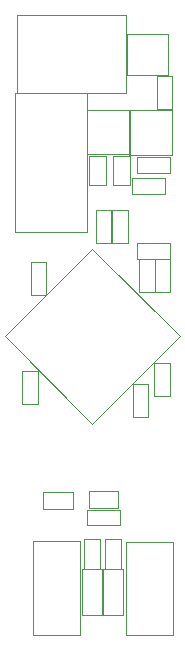
<source format=gbr>
G04 #@! TF.GenerationSoftware,KiCad,Pcbnew,no-vcs-found-91ed3e2~59~ubuntu16.04.1*
G04 #@! TF.CreationDate,2017-10-23T14:28:14-03:00*
G04 #@! TF.ProjectId,ciaa-z3r0,636961612D7A3372302E6B696361645F,rev?*
G04 #@! TF.SameCoordinates,Original*
G04 #@! TF.FileFunction,Other,User*
%FSLAX46Y46*%
G04 Gerber Fmt 4.6, Leading zero omitted, Abs format (unit mm)*
G04 Created by KiCad (PCBNEW no-vcs-found-91ed3e2~59~ubuntu16.04.1) date Mon Oct 23 14:28:14 2017*
%MOMM*%
%LPD*%
G01*
G04 APERTURE LIST*
%ADD10C,0.050000*%
G04 APERTURE END LIST*
D10*
X129178000Y-112205000D02*
X126378000Y-112205000D01*
X129178000Y-112205000D02*
X129178000Y-110905000D01*
X126378000Y-110905000D02*
X126378000Y-112205000D01*
X126378000Y-110905000D02*
X129178000Y-110905000D01*
X122238000Y-99155000D02*
X122238000Y-101955000D01*
X122238000Y-99155000D02*
X120938000Y-99155000D01*
X120938000Y-101955000D02*
X122238000Y-101955000D01*
X120938000Y-101955000D02*
X120938000Y-99155000D01*
X122968000Y-89875000D02*
X122968000Y-92675000D01*
X122968000Y-89875000D02*
X121668000Y-89875000D01*
X121668000Y-92675000D02*
X122968000Y-92675000D01*
X121668000Y-92675000D02*
X121668000Y-89875000D01*
X131578000Y-100235000D02*
X131578000Y-103035000D01*
X131578000Y-100235000D02*
X130278000Y-100235000D01*
X130278000Y-103035000D02*
X131578000Y-103035000D01*
X130278000Y-103035000D02*
X130278000Y-100235000D01*
X132098000Y-101235000D02*
X132098000Y-98435000D01*
X132098000Y-101235000D02*
X133398000Y-101235000D01*
X133398000Y-98435000D02*
X132098000Y-98435000D01*
X133398000Y-98435000D02*
X133398000Y-101235000D01*
X130818000Y-92435000D02*
X130818000Y-89635000D01*
X130818000Y-92435000D02*
X132118000Y-92435000D01*
X132118000Y-89635000D02*
X130818000Y-89635000D01*
X132118000Y-89635000D02*
X132118000Y-92435000D01*
X128438000Y-85495000D02*
X128438000Y-88295000D01*
X128438000Y-85495000D02*
X127138000Y-85495000D01*
X127138000Y-88295000D02*
X128438000Y-88295000D01*
X127138000Y-88295000D02*
X127138000Y-85495000D01*
X132128000Y-92425000D02*
X132128000Y-89625000D01*
X132128000Y-92425000D02*
X133428000Y-92425000D01*
X133428000Y-89625000D02*
X132128000Y-89625000D01*
X133428000Y-89625000D02*
X133428000Y-92425000D01*
X133458000Y-89625000D02*
X130658000Y-89625000D01*
X133458000Y-89625000D02*
X133458000Y-88325000D01*
X130658000Y-88325000D02*
X130658000Y-89625000D01*
X130658000Y-88325000D02*
X133458000Y-88325000D01*
X130198000Y-82815000D02*
X132998000Y-82815000D01*
X130198000Y-82815000D02*
X130198000Y-84115000D01*
X132998000Y-84115000D02*
X132998000Y-82815000D01*
X132998000Y-84115000D02*
X130198000Y-84115000D01*
X132338000Y-76945000D02*
X132338000Y-74145000D01*
X132338000Y-76945000D02*
X133638000Y-76945000D01*
X133638000Y-74145000D02*
X132338000Y-74145000D01*
X133638000Y-74145000D02*
X133638000Y-76945000D01*
X129838000Y-85495000D02*
X129838000Y-88295000D01*
X129838000Y-85495000D02*
X128538000Y-85495000D01*
X128538000Y-88295000D02*
X129838000Y-88295000D01*
X128538000Y-88295000D02*
X128538000Y-85495000D01*
X125953001Y-115882500D02*
X127653001Y-115882500D01*
X127653001Y-115882500D02*
X127653001Y-119782500D01*
X127653001Y-119782500D02*
X125953001Y-119782500D01*
X125953001Y-119782500D02*
X125953001Y-115882500D01*
X133268000Y-70645000D02*
X133268000Y-74045000D01*
X133268000Y-74045000D02*
X129768000Y-74045000D01*
X129768000Y-74045000D02*
X129768000Y-70645000D01*
X129768000Y-70645000D02*
X133268000Y-70645000D01*
X127723001Y-119782500D02*
X127723001Y-115882500D01*
X129423001Y-119782500D02*
X127723001Y-119782500D01*
X129423001Y-115882500D02*
X129423001Y-119782500D01*
X127723001Y-115882500D02*
X129423001Y-115882500D01*
X133458000Y-82385000D02*
X133458000Y-81045000D01*
X130658000Y-82385000D02*
X133458000Y-82385000D01*
X130658000Y-81045000D02*
X130658000Y-82385000D01*
X133458000Y-81045000D02*
X130658000Y-81045000D01*
X120468000Y-69025000D02*
X129668000Y-69025000D01*
X120468000Y-75625000D02*
X120468000Y-69025000D01*
X129668000Y-75625000D02*
X120468000Y-75625000D01*
X129668000Y-69025000D02*
X129668000Y-75625000D01*
X126408000Y-75565000D02*
X120308000Y-75565000D01*
X120308000Y-75565000D02*
X120308000Y-87365000D01*
X120308000Y-87365000D02*
X126408000Y-87365000D01*
X126408000Y-87365000D02*
X126408000Y-75565000D01*
X126588000Y-83425000D02*
X126588000Y-80925000D01*
X126588000Y-83425000D02*
X127988000Y-83425000D01*
X127988000Y-80925000D02*
X126588000Y-80925000D01*
X127988000Y-80925000D02*
X127988000Y-83425000D01*
X130018000Y-80915000D02*
X130018000Y-83415000D01*
X130018000Y-80915000D02*
X128618000Y-80915000D01*
X128618000Y-83415000D02*
X130018000Y-83415000D01*
X128618000Y-83415000D02*
X128618000Y-80915000D01*
X126108000Y-115885000D02*
X126108000Y-113385000D01*
X126108000Y-115885000D02*
X127508000Y-115885000D01*
X127508000Y-113385000D02*
X126108000Y-113385000D01*
X127508000Y-113385000D02*
X127508000Y-115885000D01*
X129048000Y-110735000D02*
X126548000Y-110735000D01*
X129048000Y-110735000D02*
X129048000Y-109335000D01*
X126548000Y-109335000D02*
X126548000Y-110735000D01*
X126548000Y-109335000D02*
X129048000Y-109335000D01*
X125188000Y-110805000D02*
X122688000Y-110805000D01*
X125188000Y-110805000D02*
X125188000Y-109405000D01*
X122688000Y-109405000D02*
X122688000Y-110805000D01*
X122688000Y-109405000D02*
X125188000Y-109405000D01*
X129288000Y-113375000D02*
X129288000Y-115875000D01*
X129288000Y-113375000D02*
X127888000Y-113375000D01*
X127888000Y-115875000D02*
X129288000Y-115875000D01*
X127888000Y-115875000D02*
X127888000Y-113375000D01*
X133698000Y-121505000D02*
X129698000Y-121505000D01*
X133698000Y-113605000D02*
X133698000Y-121505000D01*
X129698000Y-113605000D02*
X133698000Y-113605000D01*
X129698000Y-121505000D02*
X129698000Y-113605000D01*
X121818000Y-121455000D02*
X121818000Y-113555000D01*
X121818000Y-113555000D02*
X125818000Y-113555000D01*
X125818000Y-113555000D02*
X125818000Y-121455000D01*
X125818000Y-121455000D02*
X121818000Y-121455000D01*
X126858000Y-103639621D02*
X134282621Y-96215000D01*
X119433379Y-96215000D02*
X126858000Y-88790379D01*
X126858000Y-88790379D02*
X134282621Y-96215000D01*
X119433379Y-96215000D02*
X126858000Y-103639621D01*
X133598000Y-77025000D02*
X133598000Y-80825000D01*
X133598000Y-80825000D02*
X129998000Y-80825000D01*
X129998000Y-80825000D02*
X129998000Y-77025000D01*
X129998000Y-77025000D02*
X133598000Y-77025000D01*
X126438000Y-77005000D02*
X126438000Y-80805000D01*
X130038000Y-77005000D02*
X126438000Y-77005000D01*
X130038000Y-80805000D02*
X130038000Y-77005000D01*
X126438000Y-80805000D02*
X130038000Y-80805000D01*
M02*

</source>
